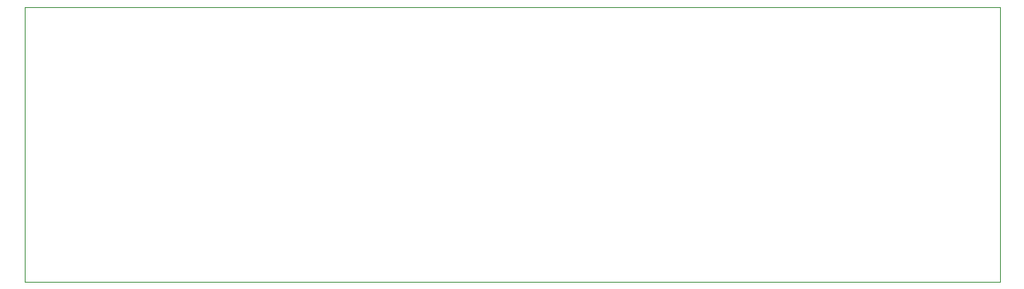
<source format=gbr>
%TF.GenerationSoftware,KiCad,Pcbnew,8.0.5*%
%TF.CreationDate,2025-02-16T00:46:45-05:00*%
%TF.ProjectId,C128A,43313238-412e-46b6-9963-61645f706362,rev?*%
%TF.SameCoordinates,Original*%
%TF.FileFunction,Profile,NP*%
%FSLAX46Y46*%
G04 Gerber Fmt 4.6, Leading zero omitted, Abs format (unit mm)*
G04 Created by KiCad (PCBNEW 8.0.5) date 2025-02-16 00:46:45*
%MOMM*%
%LPD*%
G01*
G04 APERTURE LIST*
%TA.AperFunction,Profile*%
%ADD10C,0.050000*%
%TD*%
G04 APERTURE END LIST*
D10*
X199507000Y-82990000D02*
X199507000Y-112200000D01*
X96154500Y-82990000D02*
X96154500Y-112200000D01*
X199507000Y-112200000D02*
X194046000Y-112200000D01*
X199507000Y-83000000D02*
X96154500Y-83000000D01*
X96154500Y-112200000D02*
X194046000Y-112200000D01*
M02*

</source>
